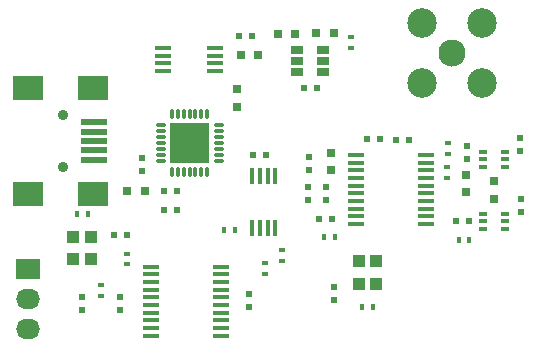
<source format=gts>
G04 #@! TF.FileFunction,Soldermask,Top*
%FSLAX46Y46*%
G04 Gerber Fmt 4.6, Leading zero omitted, Abs format (unit mm)*
G04 Created by KiCad (PCBNEW (after 2015-mar-04 BZR unknown)-product) date Wed 22 Apr 2015 11:16:48 PM EDT*
%MOMM*%
G01*
G04 APERTURE LIST*
%ADD10C,0.100000*%
%ADD11R,2.301240X0.500380*%
%ADD12R,2.499360X1.998980*%
%ADD13C,0.899160*%
%ADD14R,0.750000X0.800000*%
%ADD15R,0.800000X0.750000*%
%ADD16R,0.600000X0.500000*%
%ADD17R,0.500000X0.600000*%
%ADD18R,2.032000X1.727200*%
%ADD19O,2.032000X1.727200*%
%ADD20R,0.400000X0.600000*%
%ADD21R,0.600000X0.400000*%
%ADD22R,1.000000X1.100000*%
%ADD23R,1.450000X0.450000*%
%ADD24O,0.850000X0.300000*%
%ADD25O,0.300000X0.850000*%
%ADD26R,1.675000X1.675000*%
%ADD27R,1.060000X0.650000*%
%ADD28R,0.450000X1.450000*%
%ADD29R,0.749300X0.398780*%
%ADD30C,2.300000*%
%ADD31C,2.500000*%
G04 APERTURE END LIST*
D10*
D11*
X98889820Y-65659000D03*
X98889820Y-66459100D03*
X98889820Y-67259200D03*
X98889820Y-68059300D03*
X98889820Y-68859400D03*
D12*
X98790760Y-62809120D03*
X93291660Y-62809120D03*
X98790760Y-71709280D03*
X93291660Y-71709280D03*
D13*
X96291400Y-65059560D03*
X96291400Y-69458840D03*
D14*
X111053880Y-62882080D03*
X111053880Y-64382080D03*
D15*
X111340200Y-59938920D03*
X112840200Y-59938920D03*
D16*
X111210000Y-58379360D03*
X112310000Y-58379360D03*
X100628360Y-75224640D03*
X101728360Y-75224640D03*
D17*
X97886520Y-80501400D03*
X97886520Y-81601400D03*
X101155500Y-80478540D03*
X101155500Y-81578540D03*
X112029240Y-80237240D03*
X112029240Y-81337240D03*
D16*
X104880320Y-73075800D03*
X105980320Y-73075800D03*
X104880320Y-71521320D03*
X105980320Y-71521320D03*
D15*
X101744080Y-71526400D03*
X103244080Y-71526400D03*
D17*
X102946200Y-68715800D03*
X102946200Y-69815800D03*
D18*
X93345000Y-78054200D03*
D19*
X93345000Y-80594200D03*
X93345000Y-83134200D03*
D20*
X98382240Y-73472040D03*
X97482240Y-73472040D03*
D21*
X101742240Y-77706640D03*
X101742240Y-76806640D03*
X99522280Y-80345700D03*
X99522280Y-79445700D03*
X113375440Y-77616900D03*
X113375440Y-78516900D03*
D22*
X97179700Y-75354140D03*
X97179700Y-77254140D03*
X98679700Y-77254140D03*
X98679700Y-75354140D03*
D23*
X109144160Y-61325400D03*
X109144160Y-60675400D03*
X109144160Y-60025400D03*
X109144160Y-59375400D03*
X104744160Y-59375400D03*
X104744160Y-60025400D03*
X104744160Y-60675400D03*
X104744160Y-61325400D03*
X103743057Y-77890400D03*
X103743057Y-78540400D03*
X103743057Y-79190400D03*
X103743057Y-79840400D03*
X103743057Y-80490400D03*
X103743057Y-81140400D03*
X103743057Y-81790400D03*
X103743057Y-82440400D03*
X103743057Y-83090400D03*
X103743057Y-83740400D03*
X109643057Y-83740400D03*
X109643057Y-83090400D03*
X109643057Y-82440400D03*
X109643057Y-81790400D03*
X109643057Y-81140400D03*
X109643057Y-80490400D03*
X109643057Y-79840400D03*
X109643057Y-79190400D03*
X109643057Y-78540400D03*
X109643057Y-77890400D03*
D24*
X104560200Y-65919220D03*
X104560200Y-66419220D03*
X104560200Y-66919220D03*
X104560200Y-67419220D03*
X104560200Y-67919220D03*
X104560200Y-68419220D03*
X104560200Y-68919220D03*
D25*
X105510200Y-69869220D03*
X106010200Y-69869220D03*
X106510200Y-69869220D03*
X107010200Y-69869220D03*
X107510200Y-69869220D03*
X108010200Y-69869220D03*
X108510200Y-69869220D03*
D24*
X109460200Y-68919220D03*
X109460200Y-68419220D03*
X109460200Y-67919220D03*
X109460200Y-67419220D03*
X109460200Y-66919220D03*
X109460200Y-66419220D03*
X109460200Y-65919220D03*
D25*
X108510200Y-64969220D03*
X108010200Y-64969220D03*
X107510200Y-64969220D03*
X107010200Y-64969220D03*
X106510200Y-64969220D03*
X106010200Y-64969220D03*
X105510200Y-64969220D03*
D26*
X107847700Y-68256720D03*
X107847700Y-66581720D03*
X106172700Y-68256720D03*
X106172700Y-66581720D03*
D15*
X115972020Y-58163460D03*
X114472020Y-58163460D03*
X117710520Y-58110120D03*
X119210520Y-58110120D03*
D16*
X116696400Y-62788800D03*
X117796400Y-62788800D03*
D17*
X119217440Y-79592080D03*
X119217440Y-80692080D03*
D16*
X112413960Y-68465700D03*
X113513960Y-68465700D03*
X119033380Y-73827640D03*
X117933380Y-73827640D03*
D17*
X117063520Y-71159280D03*
X117063520Y-72259280D03*
D14*
X119000000Y-69750000D03*
X119000000Y-68250000D03*
D17*
X118567200Y-71138960D03*
X118567200Y-72238960D03*
X117134640Y-69691340D03*
X117134640Y-68591340D03*
D16*
X122025320Y-67101720D03*
X123125320Y-67101720D03*
X124524680Y-67147440D03*
X125624680Y-67147440D03*
D17*
X130469640Y-68764240D03*
X130469640Y-67664240D03*
D14*
X130423920Y-70116000D03*
X130423920Y-71616000D03*
D16*
X130646260Y-74058780D03*
X129546260Y-74058780D03*
D14*
X132770880Y-72164640D03*
X132770880Y-70664640D03*
D17*
X134988300Y-68101300D03*
X134988300Y-67001300D03*
X135087360Y-73305760D03*
X135087360Y-72205760D03*
D20*
X121632560Y-81340960D03*
X122532560Y-81340960D03*
D21*
X120716040Y-58483080D03*
X120716040Y-59383080D03*
X114861340Y-77396760D03*
X114861340Y-76496760D03*
D20*
X109963800Y-74767440D03*
X110863800Y-74767440D03*
X119288980Y-75359260D03*
X118388980Y-75359260D03*
D21*
X128869440Y-68344200D03*
X128869440Y-67444200D03*
X128838960Y-69493980D03*
X128838960Y-70393980D03*
D20*
X130706280Y-75666600D03*
X129806280Y-75666600D03*
D22*
X122819860Y-79349640D03*
X122819860Y-77449640D03*
X121319860Y-77449640D03*
X121319860Y-79349640D03*
D27*
X116133700Y-59514700D03*
X116133700Y-60464700D03*
X116133700Y-61414700D03*
X118333700Y-61414700D03*
X118333700Y-59514700D03*
X118333700Y-60464700D03*
D28*
X112334400Y-74628100D03*
X112984400Y-74628100D03*
X113634400Y-74628100D03*
X114284400Y-74628100D03*
X114284400Y-70228100D03*
X113634400Y-70228100D03*
X112984400Y-70228100D03*
X112334400Y-70228100D03*
D23*
X121103600Y-68436300D03*
X121103600Y-69086300D03*
X121103600Y-69736300D03*
X121103600Y-70386300D03*
X121103600Y-71036300D03*
X121103600Y-71686300D03*
X121103600Y-72336300D03*
X121103600Y-72986300D03*
X121103600Y-73636300D03*
X121103600Y-74286300D03*
X127003600Y-74286300D03*
X127003600Y-73636300D03*
X127003600Y-72986300D03*
X127003600Y-72336300D03*
X127003600Y-71686300D03*
X127003600Y-71036300D03*
X127003600Y-70386300D03*
X127003600Y-69736300D03*
X127003600Y-69086300D03*
X127003600Y-68436300D03*
D29*
X131828540Y-68158360D03*
X131828540Y-68808600D03*
X131828540Y-69458840D03*
X133728460Y-69458840D03*
X133728460Y-68808600D03*
X133728460Y-68158360D03*
X131828540Y-73416160D03*
X131828540Y-74066400D03*
X131828540Y-74716640D03*
X133728460Y-74716640D03*
X133728460Y-74066400D03*
X133728460Y-73416160D03*
D30*
X129260600Y-59829700D03*
D31*
X131800600Y-57289700D03*
X126720600Y-57289700D03*
X126720600Y-62369700D03*
X131800600Y-62369700D03*
M02*

</source>
